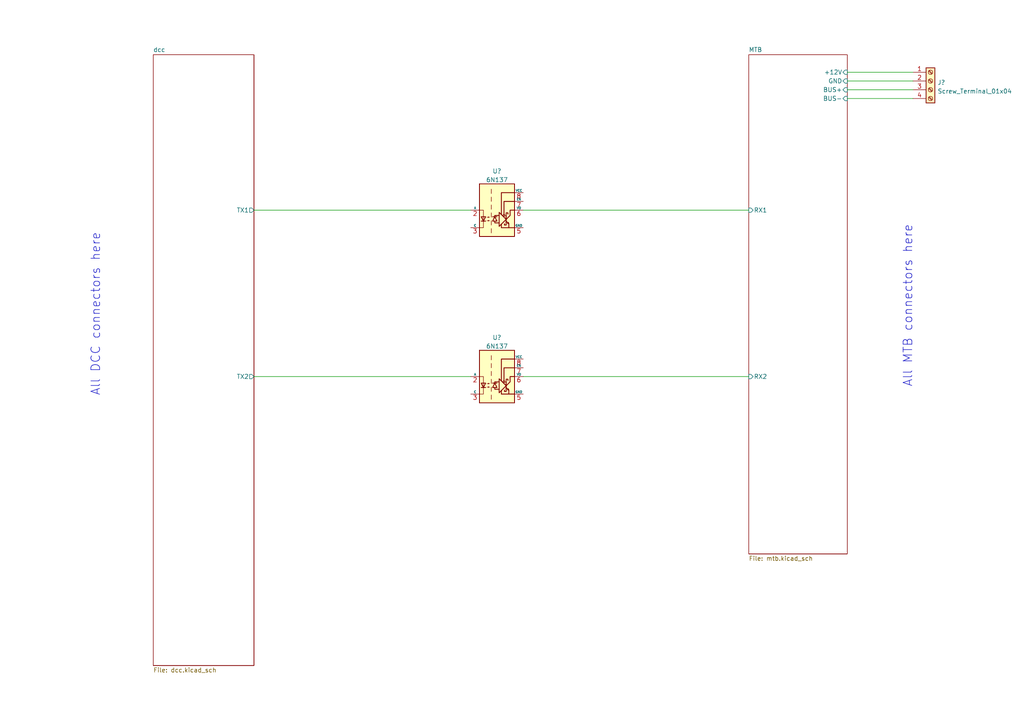
<source format=kicad_sch>
(kicad_sch (version 20211123) (generator eeschema)
  (paper "A4")
  (lib_symbols
    (symbol "Connector:Screw_Terminal_01x04" (pin_names (offset 1.016) hide)
      (property "Reference" "J" (at 0 5.08 0))
      (property "Value" "Screw_Terminal_01x04" (at 0 -7.62 0))
      (symbol "Screw_Terminal_01x04_1_1"
        (rectangle (start -1.27 3.81) (end 1.27 -6.35) (stroke (width 0.254)) (fill (type background)))
        (circle (center 0 -5.08) (radius 0.635) (stroke (width 0.1524)))
        (circle (center 0 -2.54) (radius 0.635) (stroke (width 0.1524)))
        (polyline (pts (xy -0.5334 -4.7498) (xy 0.3302 -5.588)) (stroke (width 0.1524)))
        (polyline (pts (xy -0.5334 -2.2098) (xy 0.3302 -3.048)) (stroke (width 0.1524)))
        (polyline (pts (xy -0.5334 0.3302) (xy 0.3302 -0.508)) (stroke (width 0.1524)))
        (polyline (pts (xy -0.5334 2.8702) (xy 0.3302 2.032)) (stroke (width 0.1524)))
        (polyline (pts (xy -0.3556 -4.572) (xy 0.508 -5.4102)) (stroke (width 0.1524)))
        (polyline (pts (xy -0.3556 -2.032) (xy 0.508 -2.8702)) (stroke (width 0.1524)))
        (polyline (pts (xy -0.3556 0.508) (xy 0.508 -0.3302)) (stroke (width 0.1524)))
        (polyline (pts (xy -0.3556 3.048) (xy 0.508 2.2098)) (stroke (width 0.1524)))
        (circle (center 0 0) (radius 0.635) (stroke (width 0.1524)))
        (circle (center 0 2.54) (radius 0.635) (stroke (width 0.1524)))
        (pin passive line (at -5.08 2.54 0) (length 3.81) (name "Pin_1") (number "1"))
        (pin passive line (at -5.08 0 0) (length 3.81) (name "Pin_2") (number "2"))
        (pin passive line (at -5.08 -2.54 0) (length 3.81) (name "Pin_3") (number "3"))
        (pin passive line (at -5.08 -5.08 0) (length 3.81) (name "Pin_4") (number "4"))
      )
    )
    (symbol "Isolator:6N137" (pin_names (offset 0))
      (property "Reference" "U" (at -4.064 8.89 0))
      (property "Value" "6N137" (at 0 -8.89 0))
      (symbol "6N137_0_1"
        (polyline (pts (xy 2.667 -3.556) (xy 2.667 -1.651)) (stroke (width 0.254)))
        (polyline (pts (xy 2.667 -2.159) (xy 2.667 -2.921)) (stroke (width 0.254)))
        (polyline (pts (xy 3.429 -3.937) (xy 3.429 -5.08)) (stroke (width 0.254)))
        (polyline (pts (xy -0.635 -3.302) (xy -0.635 -3.683) (xy 0.635 -3.683)) (stroke (width 0.254)))
        (polyline (pts (xy -0.635 -1.905) (xy -0.635 -1.524) (xy 0.508 -1.524)) (stroke (width 0.254)))
        (polyline (pts (xy 1.27 -4.064) (xy 1.27 -5.08) (xy 5.08 -5.08)) (stroke (width 0.254)))
        (polyline (pts (xy 1.27 -1.27) (xy 1.27 5.08) (xy 5.08 5.08)) (stroke (width 0.254)))
        (polyline (pts (xy 2.032 -1.27) (xy 2.032 2.54) (xy 5.08 2.54)) (stroke (width 0.254)))
        (polyline (pts (xy -5.08 -5.08) (xy -3.937 -5.08) (xy -3.937 0) (xy -5.08 0)))
        (polyline (pts (xy 2.667 -3.302) (xy 2.667 -4.318) (xy 2.159 -4.318) (xy 2.159 -3.937)) (stroke (width 0.254)))
        (polyline (pts (xy 2.667 -2.667) (xy 0.635 -4.699) (xy 0.635 -0.635) (xy 2.667 -2.667)) (stroke (width 0.254)))
        (polyline (pts (xy 2.667 -1.778) (xy 2.667 -0.762) (xy 3.175 -0.762) (xy 3.175 -1.143)) (stroke (width 0.254)))
        (polyline (pts (xy 2.794 -2.54) (xy 3.81 -1.524) (xy 3.81 0) (xy 5.08 0)) (stroke (width 0.254)))
        (polyline (pts (xy 2.667 -3.175) (xy 3.429 -3.937) (xy 3.302 -3.556) (xy 3.048 -3.81) (xy 3.429 -3.937)) (stroke (width 0.254)))
        (circle (center 2.032 -1.524) (radius 0.254) (stroke (width 0.254)))
      )
      (symbol "6N137_1_1"
        (rectangle (start -5.08 7.62) (end 5.08 -7.62) (stroke (width 0.254)) (fill (type background)))
        (polyline (pts (xy -4.572 -3.175) (xy -3.302 -3.175)) (stroke (width 0.254)))
        (polyline (pts (xy -1.651 -5.334) (xy -1.651 -6.604)))
        (polyline (pts (xy -1.651 -3.048) (xy -1.651 -4.318)))
        (polyline (pts (xy -1.651 -0.762) (xy -1.651 -2.032)))
        (polyline (pts (xy -1.651 1.524) (xy -1.651 0.254)))
        (polyline (pts (xy -1.651 3.81) (xy -1.651 2.54)))
        (polyline (pts (xy -1.651 6.096) (xy -1.651 4.826)))
        (polyline (pts (xy -1.27 -1.905) (xy 0 -1.905)) (stroke (width 0.254)))
        (polyline (pts (xy -3.937 -3.175) (xy -4.572 -1.905) (xy -3.302 -1.905) (xy -3.937 -3.175)) (stroke (width 0.254)))
        (polyline (pts (xy -0.635 -1.905) (xy -1.27 -3.175) (xy 0 -3.175) (xy -0.635 -1.905)) (stroke (width 0.254)))
        (polyline (pts (xy -2.921 -3.048) (xy -2.159 -3.048) (xy -2.54 -3.175) (xy -2.54 -2.921) (xy -2.159 -3.048)) (stroke (width 0.127)))
        (polyline (pts (xy -2.921 -2.032) (xy -2.159 -2.032) (xy -2.54 -2.159) (xy -2.54 -1.905) (xy -2.159 -2.032)) (stroke (width 0.127)))
        (pin no_connect line (at -5.08 5.08 0) (length 2.54) hide (name "NC") (number "1"))
        (pin passive line (at -7.62 0 0) (length 2.54) (name "A") (number "2"))
        (pin passive line (at -7.62 -5.08 0) (length 2.54) (name "C") (number "3"))
        (pin power_in line (at 7.62 -5.08 180) (length 2.54) (name "GND") (number "5"))
        (pin open_collector line (at 7.62 0 180) (length 2.54) (name "VO") (number "6"))
        (pin input line (at 7.62 2.54 180) (length 2.54) (name "EN") (number "7"))
        (pin power_in line (at 7.62 5.08 180) (length 2.54) (name "VCC") (number "8"))
      )
    )
  )
  (wire (pts (xy 245.745 23.495) (xy 264.795 23.495)))
  (wire (pts (xy 245.745 26.035) (xy 264.795 26.035)))
  (wire (pts (xy 73.66 109.22) (xy 136.525 109.22)))
  (wire (pts (xy 151.765 109.22) (xy 217.17 109.22)))
  (wire (pts (xy 245.745 28.575) (xy 264.795 28.575)))
  (wire (pts (xy 151.765 60.96) (xy 217.17 60.96)))
  (wire (pts (xy 245.745 20.955) (xy 264.795 20.955)))
  (wire (pts (xy 73.66 60.96) (xy 136.525 60.96)))
  (text "All DCC connectors here" (at 29.21 114.935 90) (effects (font (size 2.54 2.54)) (justify left bottom)))
  (text "All MTB connectors here" (at 264.795 112.395 90) (effects (font (size 2.54 2.54)) (justify left bottom)))
  (symbol (lib_id "Connector:Screw_Terminal_01x04") (at 269.875 23.495 0) (unit 1)
    (property "Reference" "J?" (at 271.907 23.9303 0) (effects (justify left)))
    (property "Value" "Screw_Terminal_01x04" (at 271.907 26.4672 0) (effects (justify left)))
  )
  (symbol (lib_id "Isolator:6N137") (at 144.145 109.22 0) (unit 1)
    (property "Reference" "U?" (at 144.145 97.9002 0))
    (property "Value" "6N137" (at 144.145 100.4371 0))
    (property "Footprint" "Package_DIP:DIP-8_W7.62mm" (effects hide))
    (property "Datasheet" "https://docs.broadcom.com/docs/AV02-0940EN" (effects hide))
  )
  (symbol (lib_id "Isolator:6N137") (at 144.145 60.96 0) (unit 1)
    (property "Reference" "U?" (at 144.145 49.6402 0))
    (property "Value" "6N137" (at 144.145 52.1771 0))
    (property "Footprint" "Package_DIP:DIP-8_W7.62mm" (effects hide))
    (property "Datasheet" "https://docs.broadcom.com/docs/AV02-0940EN" (effects hide))
  )
  (sheet (at 217.17 15.875) (size 28.575 144.78) (stroke (width 0.1524))
    (property "Sheet name" "MTB" (at 217.17 15.1634 0) (effects (justify left bottom)))
    (property "Sheet file" "mtb.kicad_sch" (at 217.17 161.2396 0) (effects (justify left top)))
    (pin "+12V" input (at 245.745 20.955 0))
    (pin "GND" input (at 245.745 23.495 0))
    (pin "BUS+" input (at 245.745 26.035 0))
    (pin "BUS-" input (at 245.745 28.575 0))
    (pin "RX1" input (at 217.17 60.96 180))
    (pin "RX2" input (at 217.17 109.22 180))
  )
  (sheet (at 44.45 15.875) (size 29.21 177.165) (stroke (width 0.1524))
    (property "Sheet name" "dcc" (at 44.45 15.1634 0) (effects (justify left bottom)))
    (property "Sheet file" "dcc.kicad_sch" (at 44.45 193.6246 0) (effects (justify left top)))
    (pin "TX1" output (at 73.66 60.96 0))
    (pin "TX2" output (at 73.66 109.22 0))
  )
)
</source>
